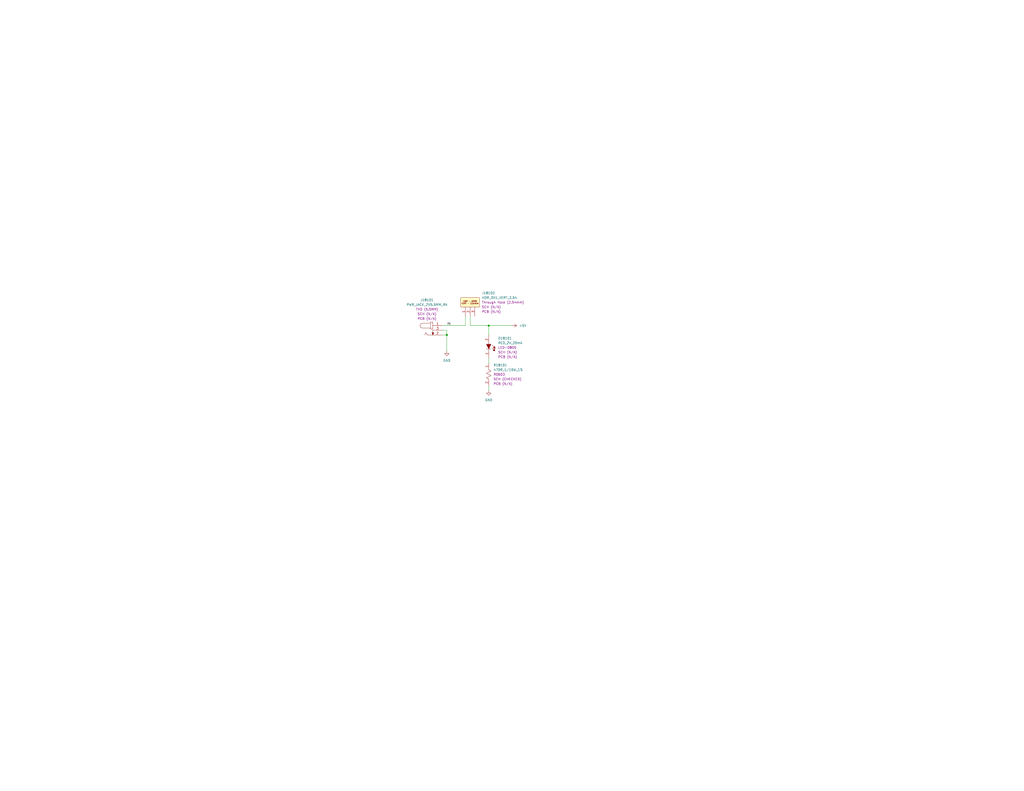
<source format=kicad_sch>
(kicad_sch (version 20231120) (generator "eeschema") (generator_version "8.0")
  (paper "C")
  (lib_symbols
    (symbol "_SCHLIB_Mini-Scoreboard:CONN_HEADER_3POS_1ROW_VERT_2.54mm"
      (property "Reference" "J" (at 2.54 3.81 0))
      (property "Value" "HDR_3X1_VERT_2.54" (at 2.54 6.35 0))
      (property "Package" "Through Hole (2.54mm)" (at 2.54 29.21 0))
      (property "SCH CHECK" "SCH (N/A)" (at 2.54 31.75 0))
      (property "PCB CHECK" "PCB (N/A)" (at 2.54 34.29 0))
      (symbol "CONN_HEADER_3POS_1ROW_VERT_2.54mm_1_1"
        (rectangle (start 0 0) (end 5.08 -10.16) (fill (type background)))
        (text "HDR - 3POS\nVERT - 2.54mm" (at 2.54 -5.08 900) (effects (font (size 0.762 0.762))))
        (pin passive line (at -5.08 -2.54 0) (length 5.08) (name "") (number "1"))
        (pin passive line (at -5.08 -5.08 0) (length 5.08) (name "") (number "2"))
        (pin passive line (at -5.08 -7.62 0) (length 5.08) (name "") (number "3"))
      )
    )
    (symbol "_SCHLIB_Mini-Scoreboard:CONN_JACK_PJ-002A_PWR_2X5.5MM_RA"
      (property "Reference" "J" (at 3.556 4.064 0))
      (property "Value" "PWR_JACK_2X5.5MM_RA" (at 3.81 6.604 0))
      (property "Package" "THD (5.5MM)" (at 3.81 35.306 0))
      (property "SCH CHECK" "SCH (N/A)" (at 3.81 29.972 0))
      (property "PCB CHECK" "PCB (N/A)" (at 3.81 32.512 0))
      (symbol "CONN_JACK_PJ-002A_PWR_2X5.5MM_RA_0_0"
        (polyline (pts (xy 1.905 0) (xy 6.35 0)) (stroke (width 0.1524)))
        (polyline (pts (xy 3.81 -5.08) (xy 3.175 -6.35)) (stroke (width 0.1524)))
        (polyline (pts (xy 4.445 -6.35) (xy 3.81 -5.08)) (stroke (width 0.1524)))
        (polyline (pts (xy 6.35 -3.175) (xy 7.62 -3.175)) (stroke (width 0.1524)))
        (polyline (pts (xy 6.35 -2.54) (xy 1.905 -2.54)) (stroke (width 0.1524)))
        (polyline (pts (xy 6.35 -2.54) (xy 6.35 -3.175)) (stroke (width 0.1524)))
        (polyline (pts (xy 6.35 0) (xy 6.35 -2.54)) (stroke (width 0.1524)))
        (polyline (pts (xy 6.35 0.635) (xy 6.35 0)) (stroke (width 0.1524)))
        (polyline (pts (xy 7.62 -6.35) (xy 4.445 -6.35)) (stroke (width 0.1524)))
        (polyline (pts (xy 7.62 -3.81) (xy 7.62 -6.35)) (stroke (width 0.1524)))
        (polyline (pts (xy 7.62 -3.175) (xy 7.62 0.635)) (stroke (width 0.1524)))
        (polyline (pts (xy 7.62 0.635) (xy 6.35 0.635)) (stroke (width 0.1524)))
        (polyline (pts (xy 7.62 -6.35) (xy 7.112 -5.08) (xy 8.128 -5.08) (xy 7.62 -6.35)) (stroke (width 0.1524)) (fill (type outline)))
        (arc (start 1.905 0) (mid 0.6406 -1.27) (end 1.905 -2.54) (stroke (width 0.1524)))
        (pin passive line (at 12.7 -1.27 180) (length 5.08) (name "~") (number "1"))
        (pin passive line (at 12.7 -6.35 180) (length 5.08) (name "~") (number "2"))
        (pin passive line (at 12.7 -3.81 180) (length 5.08) (name "~") (number "3"))
      )
    )
    (symbol "_SCHLIB_Mini-Scoreboard:DIODE_LED_RED_2V_20mA_624nm_LED-0805"
      (property "Reference" "D" (at 3.556 4.064 0))
      (property "Value" "RED_2V_20mA" (at 3.81 6.604 0))
      (property "Package" "LED-0805" (at 3.81 35.306 0))
      (property "SCH CHECK" "SCH (N/A)" (at 3.81 29.972 0))
      (property "PCB CHECK" "PCB (N/A)" (at 3.81 32.512 0))
      (symbol "DIODE_LED_RED_2V_20mA_624nm_LED-0805_0_1"
        (polyline (pts (xy 5.588 1.905) (xy 6.604 2.794)))
        (polyline (pts (xy 7.239 1.905) (xy 8.001 2.667)))
        (polyline (pts (xy 7.62 -1.27) (xy 7.62 1.27)))
        (polyline (pts (xy 5.08 1.27) (xy 5.08 -1.27) (xy 7.62 0) (xy 5.08 1.27)) (fill (type outline)))
        (polyline (pts (xy 6.223 3.302) (xy 7.112 2.413) (xy 7.366 3.556) (xy 6.223 3.302)) (fill (type outline)))
        (polyline (pts (xy 7.62 3.175) (xy 8.509 2.286) (xy 8.763 3.429) (xy 7.62 3.175)) (fill (type outline)))
      )
      (symbol "DIODE_LED_RED_2V_20mA_624nm_LED-0805_1_1"
        (pin passive line (at 12.7 0 180) (length 5.08) (name "") (number "1"))
        (pin passive line (at 0 0 0) (length 5.08) (name "") (number "2"))
      )
    )
    (symbol "_SCHLIB_Mini-Scoreboard:RES_470R_1/10W_1%_R0603"
      (property "Reference" "R" (at 3.556 4.064 0))
      (property "Value" "470R_1/10W_1%" (at 3.81 6.604 0))
      (property "Package" "R0603" (at 3.81 35.306 0))
      (property "SCH CHECK" "SCH (CHECKED)" (at 3.81 29.972 0))
      (property "PCB CHECK" "PCB (N/A)" (at 3.81 32.512 0))
      (symbol "RES_470R_1/10W_1%_R0603_0_0"
        (polyline (pts (xy 3.81 0) (xy 4.445 1.27) (xy 5.715 -1.27) (xy 6.985 1.27) (xy 8.255 -1.27) (xy 8.89 0)))
      )
      (symbol "RES_470R_1/10W_1%_R0603_1_1"
        (pin passive line (at 0 0 0) (length 3.81) (name "") (number "1"))
        (pin passive line (at 12.7 0 180) (length 3.81) (name "") (number "2"))
      )
    )
    (symbol "power:+5V" (power) (pin_numbers hide) (pin_names (offset 0) hide)
      (property "Value" "+5V" (at 0 3.556 0))
      (symbol "+5V_0_1"
        (polyline (pts (xy -0.762 1.27) (xy 0 2.54)))
        (polyline (pts (xy 0 0) (xy 0 2.54)))
        (polyline (pts (xy 0 2.54) (xy 0.762 1.27)))
      )
      (symbol "+5V_1_1"
        (pin power_in line (at 0 0 90) (length 0) (name "~") (number "1"))
      )
    )
    (symbol "power:GND" (power) (pin_numbers hide) (pin_names (offset 0) hide)
      (property "Value" "GND" (at 0 -3.81 0))
      (symbol "GND_0_1"
        (polyline (pts (xy 0 0) (xy 0 -1.27) (xy 1.27 -1.27) (xy 0 -2.54) (xy -1.27 -1.27) (xy 0 -1.27)))
      )
      (symbol "GND_1_1"
        (pin power_in line (at 0 0 270) (length 0) (name "~") (number "1"))
      )
    )
  )
  (junction (at 243.84 182.88))
  (junction (at 266.7 177.8))
  (wire (pts (xy 241.3 182.88) (xy 243.84 182.88)))
  (wire (pts (xy 243.84 182.88) (xy 243.84 180.34)))
  (wire (pts (xy 256.54 172.72) (xy 256.54 177.8)))
  (wire (pts (xy 241.3 177.8) (xy 254 177.8)))
  (wire (pts (xy 243.84 182.88) (xy 243.84 191.77)))
  (wire (pts (xy 266.7 213.36) (xy 266.7 210.82)))
  (wire (pts (xy 256.54 177.8) (xy 266.7 177.8)))
  (wire (pts (xy 266.7 195.58) (xy 266.7 198.12)))
  (wire (pts (xy 241.3 180.34) (xy 243.84 180.34)))
  (wire (pts (xy 254 172.72) (xy 254 177.8)))
  (wire (pts (xy 266.7 177.8) (xy 279.4 177.8)))
  (wire (pts (xy 266.7 177.8) (xy 266.7 182.88)))
  (label "IN" (at 243.84 177.8 0))
  (symbol (lib_id "_SCHLIB_Mini-Scoreboard:CONN_HEADER_3POS_1ROW_VERT_2.54mm") (at 251.46 167.64 90) (unit 1)
    (property "Reference" "J18102" (at 262.89 160.0199 90) (effects (justify right)))
    (property "Value" "HDR_3X1_VERT_2.54" (at 262.89 162.5599 90) (effects (justify right)))
    (property "Footprint" "Connector_PinHeader_2.54mm:PinHeader_1x03_P2.54mm_Vertical" (effects (hide yes)))
    (property "Datasheet" "https://app.adam-tech.com/products/download/data_sheet/201605/ph1-xx-ua-data-sheet.pdf" (effects (hide yes)))
    (property "Description" "Connector Header Through Hole 3 position 0.100\" (2.54mm)" (effects (hide yes)))
    (property "Part Number (Manufacturer)" "PH1-03-UA" (effects (hide yes)))
    (property "Manufacturer" "Adam Tech" (effects (hide yes)))
    (property "Part Number (Vendor)" "2057-PH1-03-UA-ND" (effects (hide yes)))
    (property "Vendor" "Digikey" (effects (hide yes)))
    (property "Link" "https://www.digikey.ca/en/products/detail/adam-tech/PH1-03-UA/9830289?s=N4IgTCBcDaIAoAkCMBaADAZhQVQIIgF0BfIA" (effects (hide yes)))
    (property "Package" "Through Hole (2.54mm)" (at 262.89 165.0999 90) (effects (justify right)))
    (property "SCH CHECK" "SCH (N/A)" (at 262.89 167.6399 90) (effects (justify right)))
    (property "PCB CHECK" "PCB (N/A)" (at 262.89 170.1799 90) (effects (justify right)))
  )
  (symbol (lib_id "power:GND") (at 266.7 213.36 0) (unit 1)
    (property "Reference" "#PWR018102" (effects (hide yes)))
    (property "Value" "GND" (at 266.7 218.44 0))
    (property "Description" "Power symbol creates a global label with name \"GND\" , ground" (effects (hide yes)))
  )
  (symbol (lib_id "power:+5V") (at 279.4 177.8 270) (unit 1)
    (property "Reference" "#PWR018103" (effects (hide yes)))
    (property "Value" "+5V" (at 283.21 177.7999 90) (effects (justify left)))
    (property "Description" "Power symbol creates a global label with name \"+5V\"" (effects (hide yes)))
  )
  (symbol (lib_id "_SCHLIB_Mini-Scoreboard:RES_470R_1/10W_1%_R0603") (at 266.7 198.12 270) (unit 1)
    (property "Reference" "R18101" (at 269.24 199.3899 90) (effects (justify left)))
    (property "Value" "470R_1/10W_1%" (at 269.24 201.9299 90) (effects (justify left)))
    (property "Footprint" "Resistor_SMD:R_0603_1608Metric" (effects (hide yes)))
    (property "Datasheet" "https://www.te.com/usa-en/product-2-2176339-1.datasheet.pdf" (effects (hide yes)))
    (property "Description" "470 Ohms ±1% 0.1W, 1/10W Chip Resistor 0603 (1608 Metric) Automotive AEC-Q200, Moisture Resistant Thick Film" (effects (hide yes)))
    (property "Package" "R0603" (at 269.24 204.4699 90) (effects (justify left)))
    (property "Part Number (Manufacturer)" "CRGCQ0603F470R" (effects (hide yes)))
    (property "Manufacturer" "TE Connectivity Passive Product" (effects (hide yes)))
    (property "Part Number (Vendor)" "A129684TR-ND" (effects (hide yes)))
    (property "Vendor" "Digikey" (effects (hide yes)))
    (property "Purchase Link" "https://www.digikey.ca/en/products/detail/te-connectivity-passive-product/CRGCQ0603F470R/8576286" (effects (hide yes)))
    (property "SCH CHECK" "SCH (CHECKED)" (at 269.24 207.0099 90) (effects (justify left)))
    (property "PCB CHECK" "PCB (N/A)" (at 269.24 209.5499 90) (effects (justify left)))
  )
  (symbol (lib_id "_SCHLIB_Mini-Scoreboard:DIODE_LED_RED_2V_20mA_624nm_LED-0805") (at 266.7 182.88 270) (unit 1)
    (property "Reference" "D18101" (at 271.78 184.7214 90) (effects (justify left)))
    (property "Value" "RED_2V_20mA" (at 271.78 187.2614 90) (effects (justify left)))
    (property "Footprint" "LED_SMD:LED_0805_2012Metric" (effects (hide yes)))
    (property "Datasheet" "https://mm.digikey.com/Volume0/opasdata/d220001/medias/docus/3750/B1701USD-20D000114U1930.pdf" (effects (hide yes)))
    (property "Description" "Red 624nm LED Indication - Discrete 2V 0805 (2012 Metric)" (effects (hide yes)))
    (property "Package" "LED-0805" (at 271.78 189.8014 90) (effects (justify left)))
    (property "Part Number (Manufacturer)" "B1701USD-20D000114U1930" (effects (hide yes)))
    (property "Manufacturer" "Harvatek Corporation" (effects (hide yes)))
    (property "Part Number (Vendor)" "3147-B1701USD-20D000114U1930TR-ND" (effects (hide yes)))
    (property "Vendor" "Digikey" (effects (hide yes)))
    (property "Purchase Link" "https://www.digikey.ca/en/products/detail/harvatek-corporation/B1701USD-20D000114U1930/16671746" (effects (hide yes)))
    (property "SCH CHECK" "SCH (N/A)" (at 271.78 192.3414 90) (effects (justify left)))
    (property "PCB CHECK" "PCB (N/A)" (at 271.78 194.8814 90) (effects (justify left)))
  )
  (symbol (lib_id "power:GND") (at 243.84 191.77 0) (unit 1)
    (property "Reference" "#PWR018101" (effects (hide yes)))
    (property "Value" "GND" (at 243.84 196.85 0))
    (property "Description" "Power symbol creates a global label with name \"GND\" , ground" (effects (hide yes)))
  )
  (symbol (lib_id "_SCHLIB_Mini-Scoreboard:CONN_JACK_PJ-002A_PWR_2X5.5MM_RA") (at 228.6 176.53 0) (unit 1)
    (property "Reference" "J18101" (at 232.9843 163.83 0))
    (property "Value" "PWR_JACK_2X5.5MM_RA" (at 232.9843 166.37 0))
    (property "Footprint" "_PCBLIB_Mini-Scoreboard:CUI_PJ-002A" (effects (hide yes)))
    (property "Datasheet" "https://www.cuidevices.com/product/resource/pj-002a.pdf" (effects (hide yes)))
    (property "Description" "Power Barrel Connector Jack 2.10mm ID (0.083\"), 5.50mm OD (0.217\") Through Hole, Right Angle" (effects (hide yes)))
    (property "Package" "THD (5.5MM)" (at 232.9843 168.91 0))
    (property "Part Number (Manufacturer)" "PJ-002A" (effects (hide yes)))
    (property "Manufacturer" "CUI Devices" (effects (hide yes)))
    (property "Part Number (Vendor)" "CP-002A-ND" (effects (hide yes)))
    (property "Vendor" "Digikey" (effects (hide yes)))
    (property "Purchase Link" "https://www.digikey.ca/en/products/detail/cui-devices/PJ-002A/96962" (effects (hide yes)))
    (property "SCH CHECK" "SCH (N/A)" (at 232.9843 171.45 0))
    (property "PCB CHECK" "PCB (N/A)" (at 232.9843 173.99 0))
  )
)
</source>
